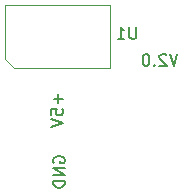
<source format=gbr>
%TF.GenerationSoftware,KiCad,Pcbnew,7.0.9*%
%TF.CreationDate,2023-11-25T09:20:38+10:00*%
%TF.ProjectId,util_photoswitch,7574696c-5f70-4686-9f74-6f7377697463,rev?*%
%TF.SameCoordinates,Original*%
%TF.FileFunction,Legend,Bot*%
%TF.FilePolarity,Positive*%
%FSLAX46Y46*%
G04 Gerber Fmt 4.6, Leading zero omitted, Abs format (unit mm)*
G04 Created by KiCad (PCBNEW 7.0.9) date 2023-11-25 09:20:38*
%MOMM*%
%LPD*%
G01*
G04 APERTURE LIST*
%ADD10C,0.150000*%
%ADD11C,0.100000*%
G04 APERTURE END LIST*
D10*
X137467438Y-104710588D02*
X137419819Y-104615350D01*
X137419819Y-104615350D02*
X137419819Y-104472493D01*
X137419819Y-104472493D02*
X137467438Y-104329636D01*
X137467438Y-104329636D02*
X137562676Y-104234398D01*
X137562676Y-104234398D02*
X137657914Y-104186779D01*
X137657914Y-104186779D02*
X137848390Y-104139160D01*
X137848390Y-104139160D02*
X137991247Y-104139160D01*
X137991247Y-104139160D02*
X138181723Y-104186779D01*
X138181723Y-104186779D02*
X138276961Y-104234398D01*
X138276961Y-104234398D02*
X138372200Y-104329636D01*
X138372200Y-104329636D02*
X138419819Y-104472493D01*
X138419819Y-104472493D02*
X138419819Y-104567731D01*
X138419819Y-104567731D02*
X138372200Y-104710588D01*
X138372200Y-104710588D02*
X138324580Y-104758207D01*
X138324580Y-104758207D02*
X137991247Y-104758207D01*
X137991247Y-104758207D02*
X137991247Y-104567731D01*
X138419819Y-105186779D02*
X137419819Y-105186779D01*
X137419819Y-105186779D02*
X138419819Y-105758207D01*
X138419819Y-105758207D02*
X137419819Y-105758207D01*
X138419819Y-106234398D02*
X137419819Y-106234398D01*
X137419819Y-106234398D02*
X137419819Y-106472493D01*
X137419819Y-106472493D02*
X137467438Y-106615350D01*
X137467438Y-106615350D02*
X137562676Y-106710588D01*
X137562676Y-106710588D02*
X137657914Y-106758207D01*
X137657914Y-106758207D02*
X137848390Y-106805826D01*
X137848390Y-106805826D02*
X137991247Y-106805826D01*
X137991247Y-106805826D02*
X138181723Y-106758207D01*
X138181723Y-106758207D02*
X138276961Y-106710588D01*
X138276961Y-106710588D02*
X138372200Y-106615350D01*
X138372200Y-106615350D02*
X138419819Y-106472493D01*
X138419819Y-106472493D02*
X138419819Y-106234398D01*
X147946077Y-95509819D02*
X147612744Y-96509819D01*
X147612744Y-96509819D02*
X147279411Y-95509819D01*
X146993696Y-95605057D02*
X146946077Y-95557438D01*
X146946077Y-95557438D02*
X146850839Y-95509819D01*
X146850839Y-95509819D02*
X146612744Y-95509819D01*
X146612744Y-95509819D02*
X146517506Y-95557438D01*
X146517506Y-95557438D02*
X146469887Y-95605057D01*
X146469887Y-95605057D02*
X146422268Y-95700295D01*
X146422268Y-95700295D02*
X146422268Y-95795533D01*
X146422268Y-95795533D02*
X146469887Y-95938390D01*
X146469887Y-95938390D02*
X147041315Y-96509819D01*
X147041315Y-96509819D02*
X146422268Y-96509819D01*
X145993696Y-96414580D02*
X145946077Y-96462200D01*
X145946077Y-96462200D02*
X145993696Y-96509819D01*
X145993696Y-96509819D02*
X146041315Y-96462200D01*
X146041315Y-96462200D02*
X145993696Y-96414580D01*
X145993696Y-96414580D02*
X145993696Y-96509819D01*
X145327030Y-95509819D02*
X145231792Y-95509819D01*
X145231792Y-95509819D02*
X145136554Y-95557438D01*
X145136554Y-95557438D02*
X145088935Y-95605057D01*
X145088935Y-95605057D02*
X145041316Y-95700295D01*
X145041316Y-95700295D02*
X144993697Y-95890771D01*
X144993697Y-95890771D02*
X144993697Y-96128866D01*
X144993697Y-96128866D02*
X145041316Y-96319342D01*
X145041316Y-96319342D02*
X145088935Y-96414580D01*
X145088935Y-96414580D02*
X145136554Y-96462200D01*
X145136554Y-96462200D02*
X145231792Y-96509819D01*
X145231792Y-96509819D02*
X145327030Y-96509819D01*
X145327030Y-96509819D02*
X145422268Y-96462200D01*
X145422268Y-96462200D02*
X145469887Y-96414580D01*
X145469887Y-96414580D02*
X145517506Y-96319342D01*
X145517506Y-96319342D02*
X145565125Y-96128866D01*
X145565125Y-96128866D02*
X145565125Y-95890771D01*
X145565125Y-95890771D02*
X145517506Y-95700295D01*
X145517506Y-95700295D02*
X145469887Y-95605057D01*
X145469887Y-95605057D02*
X145422268Y-95557438D01*
X145422268Y-95557438D02*
X145327030Y-95509819D01*
X137868866Y-98926779D02*
X137868866Y-99688684D01*
X138249819Y-99307731D02*
X137487914Y-99307731D01*
X137249819Y-100641064D02*
X137249819Y-100164874D01*
X137249819Y-100164874D02*
X137726009Y-100117255D01*
X137726009Y-100117255D02*
X137678390Y-100164874D01*
X137678390Y-100164874D02*
X137630771Y-100260112D01*
X137630771Y-100260112D02*
X137630771Y-100498207D01*
X137630771Y-100498207D02*
X137678390Y-100593445D01*
X137678390Y-100593445D02*
X137726009Y-100641064D01*
X137726009Y-100641064D02*
X137821247Y-100688683D01*
X137821247Y-100688683D02*
X138059342Y-100688683D01*
X138059342Y-100688683D02*
X138154580Y-100641064D01*
X138154580Y-100641064D02*
X138202200Y-100593445D01*
X138202200Y-100593445D02*
X138249819Y-100498207D01*
X138249819Y-100498207D02*
X138249819Y-100260112D01*
X138249819Y-100260112D02*
X138202200Y-100164874D01*
X138202200Y-100164874D02*
X138154580Y-100117255D01*
X137249819Y-100974398D02*
X138249819Y-101307731D01*
X138249819Y-101307731D02*
X137249819Y-101641064D01*
X144449904Y-93224619D02*
X144449904Y-94034142D01*
X144449904Y-94034142D02*
X144402285Y-94129380D01*
X144402285Y-94129380D02*
X144354666Y-94177000D01*
X144354666Y-94177000D02*
X144259428Y-94224619D01*
X144259428Y-94224619D02*
X144068952Y-94224619D01*
X144068952Y-94224619D02*
X143973714Y-94177000D01*
X143973714Y-94177000D02*
X143926095Y-94129380D01*
X143926095Y-94129380D02*
X143878476Y-94034142D01*
X143878476Y-94034142D02*
X143878476Y-93224619D01*
X142878476Y-94224619D02*
X143449904Y-94224619D01*
X143164190Y-94224619D02*
X143164190Y-93224619D01*
X143164190Y-93224619D02*
X143259428Y-93367476D01*
X143259428Y-93367476D02*
X143354666Y-93462714D01*
X143354666Y-93462714D02*
X143449904Y-93510333D01*
D11*
%TO.C,U1*%
X133337480Y-95965000D02*
X133337480Y-91393000D01*
X133337480Y-95965000D02*
X134099480Y-96727000D01*
X134099480Y-96727000D02*
X142227480Y-96727000D01*
X142227480Y-91393000D02*
X133337480Y-91393000D01*
X142227480Y-96727000D02*
X142227480Y-91393000D01*
%TD*%
M02*

</source>
